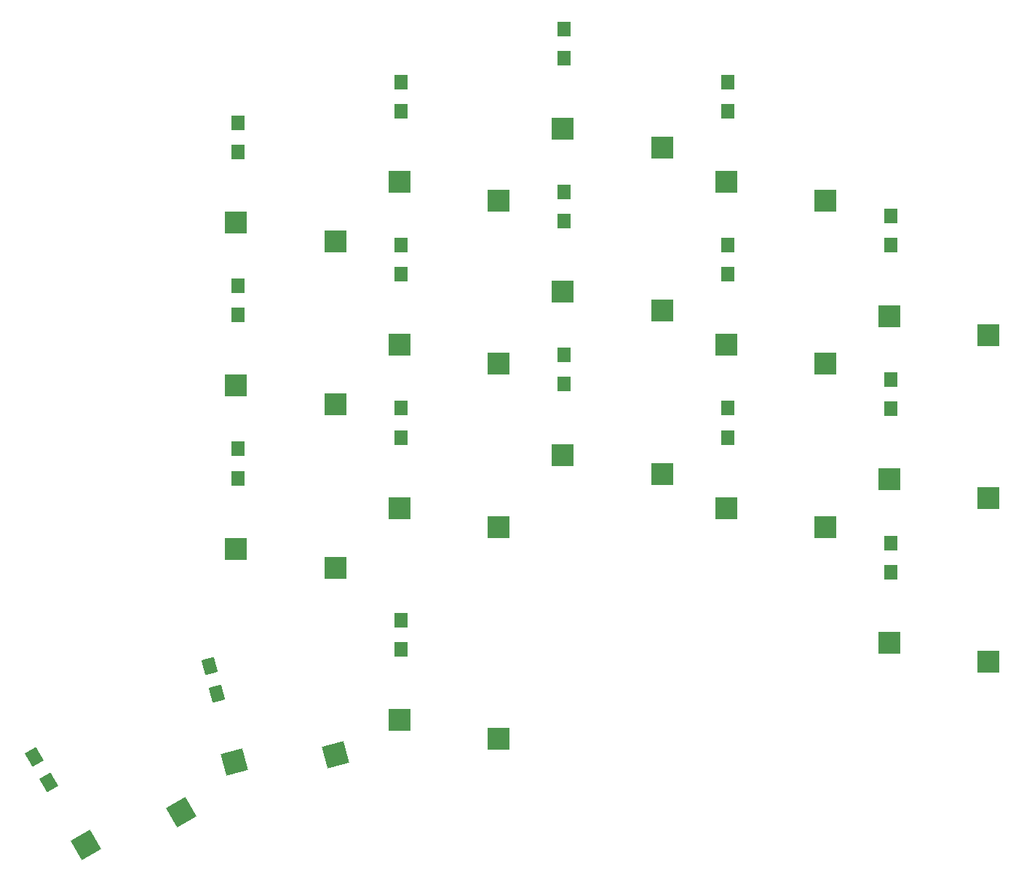
<source format=gbr>
%TF.GenerationSoftware,KiCad,Pcbnew,7.0.1*%
%TF.CreationDate,2023-05-27T21:35:13-04:00*%
%TF.ProjectId,pcb-right,7063622d-7269-4676-9874-2e6b69636164,0.3*%
%TF.SameCoordinates,Original*%
%TF.FileFunction,Paste,Bot*%
%TF.FilePolarity,Positive*%
%FSLAX46Y46*%
G04 Gerber Fmt 4.6, Leading zero omitted, Abs format (unit mm)*
G04 Created by KiCad (PCBNEW 7.0.1) date 2023-05-27 21:35:13*
%MOMM*%
%LPD*%
G01*
G04 APERTURE LIST*
G04 Aperture macros list*
%AMRotRect*
0 Rectangle, with rotation*
0 The origin of the aperture is its center*
0 $1 length*
0 $2 width*
0 $3 Rotation angle, in degrees counterclockwise*
0 Add horizontal line*
21,1,$1,$2,0,0,$3*%
G04 Aperture macros list end*
%ADD10R,2.600000X2.600000*%
%ADD11RotRect,2.600000X2.600000X195.000000*%
%ADD12RotRect,2.600000X2.600000X210.000000*%
%ADD13R,1.500000X1.800000*%
%ADD14RotRect,1.800000X1.500000X300.000000*%
%ADD15RotRect,1.800000X1.500000X285.000000*%
G04 APERTURE END LIST*
D10*
%TO.C,SWR2*%
X93720625Y-53315000D03*
X82170625Y-51115000D03*
%TD*%
%TO.C,SWR10*%
X150720625Y-87990000D03*
X139170625Y-85790000D03*
%TD*%
%TO.C,SWR7*%
X93720625Y-72315000D03*
X82170625Y-70115000D03*
%TD*%
%TO.C,SWR18*%
X93720625Y-116015000D03*
X82170625Y-113815000D03*
%TD*%
%TO.C,SWR4*%
X131720625Y-53315000D03*
X120170625Y-51115000D03*
%TD*%
%TO.C,SWR6*%
X74720625Y-77065000D03*
X63170625Y-74865000D03*
%TD*%
%TO.C,SWR13*%
X112720625Y-85140000D03*
X101170625Y-82940000D03*
%TD*%
%TO.C,SWR9*%
X131720625Y-72315000D03*
X120170625Y-70115000D03*
%TD*%
D11*
%TO.C,SWR17*%
X74724005Y-117814626D03*
X62998160Y-118678949D03*
%TD*%
D10*
%TO.C,SWR12*%
X93720625Y-91315000D03*
X82170625Y-89115000D03*
%TD*%
%TO.C,SWR8*%
X112720625Y-66140000D03*
X101170625Y-63940000D03*
%TD*%
%TO.C,SWR5*%
X150720625Y-68990000D03*
X139170625Y-66790000D03*
%TD*%
%TO.C,SWR11*%
X74720625Y-96065000D03*
X63170625Y-93865000D03*
%TD*%
%TO.C,SWR14*%
X131720625Y-91315000D03*
X120170625Y-89115000D03*
%TD*%
%TO.C,SWR15*%
X150720625Y-106990000D03*
X139170625Y-104790000D03*
%TD*%
D12*
%TO.C,SWR16*%
X56831858Y-124505351D03*
X45729265Y-128375095D03*
%TD*%
D10*
%TO.C,SWR3*%
X112720625Y-47140000D03*
X101170625Y-44940000D03*
%TD*%
%TO.C,SWR1*%
X74720625Y-58065000D03*
X63170625Y-55865000D03*
%TD*%
D13*
%TO.C,DR10*%
X139370625Y-74165000D03*
X139370625Y-77565000D03*
%TD*%
%TO.C,DR8*%
X101370625Y-52315000D03*
X101370625Y-55715000D03*
%TD*%
%TO.C,DR3*%
X101370625Y-33315000D03*
X101370625Y-36715000D03*
%TD*%
%TO.C,DR9*%
X120370625Y-58490000D03*
X120370625Y-61890000D03*
%TD*%
%TO.C,DR4*%
X120370625Y-39490000D03*
X120370625Y-42890000D03*
%TD*%
%TO.C,DR15*%
X139370625Y-93165000D03*
X139370625Y-96565000D03*
%TD*%
%TO.C,DR6*%
X63370625Y-63240000D03*
X63370625Y-66640000D03*
%TD*%
%TO.C,DR11*%
X63370625Y-82240000D03*
X63370625Y-85640000D03*
%TD*%
%TO.C,DR5*%
X139370625Y-55112500D03*
X139370625Y-58512500D03*
%TD*%
D14*
%TO.C,DR16*%
X39720625Y-118092757D03*
X41420625Y-121037243D03*
%TD*%
D13*
%TO.C,DR18*%
X82370625Y-102190000D03*
X82370625Y-105590000D03*
%TD*%
%TO.C,DR13*%
X101370625Y-71300000D03*
X101370625Y-74700000D03*
%TD*%
%TO.C,DR12*%
X82370625Y-77490000D03*
X82370625Y-80890000D03*
%TD*%
%TO.C,DR2*%
X82370625Y-39490000D03*
X82370625Y-42890000D03*
%TD*%
D15*
%TO.C,DR17*%
X60080633Y-107472926D03*
X60960617Y-110757074D03*
%TD*%
D13*
%TO.C,DR14*%
X120370625Y-77490000D03*
X120370625Y-80890000D03*
%TD*%
%TO.C,DR1*%
X63370625Y-44240000D03*
X63370625Y-47640000D03*
%TD*%
%TO.C,DR7*%
X82370625Y-58490000D03*
X82370625Y-61890000D03*
%TD*%
M02*

</source>
